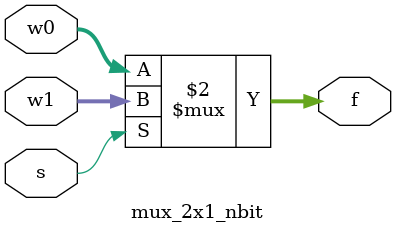
<source format=v>
`timescale 1ns / 1ps


module mux_2x1_nbit #(parameter n=3)(
    input [n-1:0]w0,w1,
    output reg [n-1:0]f,
    input s
    );
    always @(w0 or w1 or s)
    begin 
        f=s?w1:w0;
    end
    
endmodule

</source>
